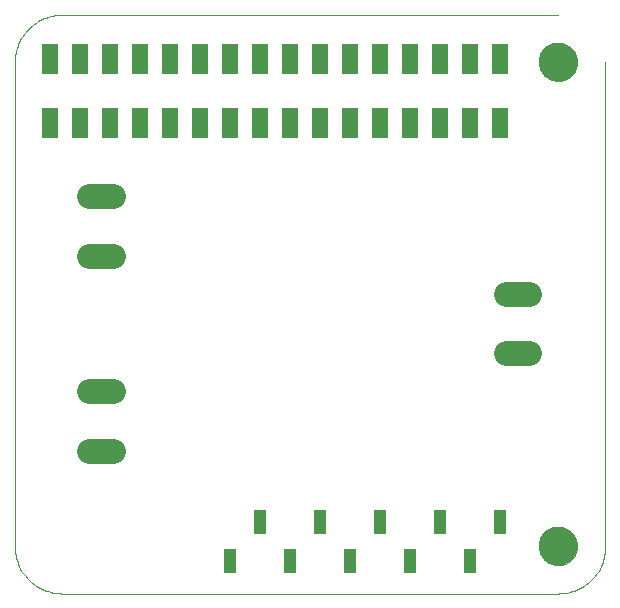
<source format=gbs>
G75*
G70*
%OFA0B0*%
%FSLAX24Y24*%
%IPPOS*%
%LPD*%
%AMOC8*
5,1,8,0,0,1.08239X$1,22.5*
%
%ADD10R,0.0434X0.0827*%
%ADD11R,0.0540X0.1040*%
%ADD12C,0.0000*%
%ADD13C,0.1300*%
%ADD14C,0.0820*%
D10*
X012607Y001600D03*
X014607Y001600D03*
X013607Y002900D03*
X015607Y002900D03*
X017607Y002900D03*
X016607Y001600D03*
X018607Y001600D03*
X020607Y001600D03*
X019607Y002900D03*
X021607Y002900D03*
D11*
X021607Y016175D03*
X020607Y016175D03*
X019607Y016175D03*
X018607Y016175D03*
X017607Y016175D03*
X016607Y016175D03*
X015607Y016175D03*
X014607Y016175D03*
X013607Y016175D03*
X012607Y016175D03*
X011607Y016175D03*
X010607Y016175D03*
X009607Y016175D03*
X008607Y016175D03*
X007607Y016175D03*
X006607Y016175D03*
X006607Y018325D03*
X007607Y018325D03*
X008607Y018325D03*
X009607Y018325D03*
X010607Y018325D03*
X011607Y018325D03*
X012607Y018325D03*
X013607Y018325D03*
X014607Y018325D03*
X015607Y018325D03*
X016607Y018325D03*
X017607Y018325D03*
X018607Y018325D03*
X019607Y018325D03*
X020607Y018325D03*
X021607Y018325D03*
D12*
X005418Y018217D02*
X005418Y002075D01*
X005420Y001998D01*
X005426Y001921D01*
X005435Y001844D01*
X005448Y001768D01*
X005465Y001692D01*
X005486Y001618D01*
X005510Y001544D01*
X005538Y001472D01*
X005569Y001402D01*
X005604Y001333D01*
X005642Y001265D01*
X005683Y001200D01*
X005728Y001137D01*
X005776Y001076D01*
X005826Y001017D01*
X005879Y000961D01*
X005935Y000908D01*
X005994Y000858D01*
X006055Y000810D01*
X006118Y000765D01*
X006183Y000724D01*
X006251Y000686D01*
X006320Y000651D01*
X006390Y000620D01*
X006462Y000592D01*
X006536Y000568D01*
X006610Y000547D01*
X006686Y000530D01*
X006762Y000517D01*
X006839Y000508D01*
X006916Y000502D01*
X006993Y000500D01*
X023528Y000500D01*
X022898Y002075D02*
X022900Y002125D01*
X022906Y002175D01*
X022916Y002224D01*
X022930Y002272D01*
X022947Y002319D01*
X022968Y002364D01*
X022993Y002408D01*
X023021Y002449D01*
X023053Y002488D01*
X023087Y002525D01*
X023124Y002559D01*
X023164Y002589D01*
X023206Y002616D01*
X023250Y002640D01*
X023296Y002661D01*
X023343Y002677D01*
X023391Y002690D01*
X023441Y002699D01*
X023490Y002704D01*
X023541Y002705D01*
X023591Y002702D01*
X023640Y002695D01*
X023689Y002684D01*
X023737Y002669D01*
X023783Y002651D01*
X023828Y002629D01*
X023871Y002603D01*
X023912Y002574D01*
X023951Y002542D01*
X023987Y002507D01*
X024019Y002469D01*
X024049Y002429D01*
X024076Y002386D01*
X024099Y002342D01*
X024118Y002296D01*
X024134Y002248D01*
X024146Y002199D01*
X024154Y002150D01*
X024158Y002100D01*
X024158Y002050D01*
X024154Y002000D01*
X024146Y001951D01*
X024134Y001902D01*
X024118Y001854D01*
X024099Y001808D01*
X024076Y001764D01*
X024049Y001721D01*
X024019Y001681D01*
X023987Y001643D01*
X023951Y001608D01*
X023912Y001576D01*
X023871Y001547D01*
X023828Y001521D01*
X023783Y001499D01*
X023737Y001481D01*
X023689Y001466D01*
X023640Y001455D01*
X023591Y001448D01*
X023541Y001445D01*
X023490Y001446D01*
X023441Y001451D01*
X023391Y001460D01*
X023343Y001473D01*
X023296Y001489D01*
X023250Y001510D01*
X023206Y001534D01*
X023164Y001561D01*
X023124Y001591D01*
X023087Y001625D01*
X023053Y001662D01*
X023021Y001701D01*
X022993Y001742D01*
X022968Y001786D01*
X022947Y001831D01*
X022930Y001878D01*
X022916Y001926D01*
X022906Y001975D01*
X022900Y002025D01*
X022898Y002075D01*
X023528Y000500D02*
X023605Y000502D01*
X023682Y000508D01*
X023759Y000517D01*
X023835Y000530D01*
X023911Y000547D01*
X023985Y000568D01*
X024059Y000592D01*
X024131Y000620D01*
X024201Y000651D01*
X024270Y000686D01*
X024338Y000724D01*
X024403Y000765D01*
X024466Y000810D01*
X024527Y000858D01*
X024586Y000908D01*
X024642Y000961D01*
X024695Y001017D01*
X024745Y001076D01*
X024793Y001137D01*
X024838Y001200D01*
X024879Y001265D01*
X024917Y001333D01*
X024952Y001402D01*
X024983Y001472D01*
X025011Y001544D01*
X025035Y001618D01*
X025056Y001692D01*
X025073Y001768D01*
X025086Y001844D01*
X025095Y001921D01*
X025101Y001998D01*
X025103Y002075D01*
X025103Y018217D01*
X022898Y018217D02*
X022900Y018267D01*
X022906Y018317D01*
X022916Y018366D01*
X022930Y018414D01*
X022947Y018461D01*
X022968Y018506D01*
X022993Y018550D01*
X023021Y018591D01*
X023053Y018630D01*
X023087Y018667D01*
X023124Y018701D01*
X023164Y018731D01*
X023206Y018758D01*
X023250Y018782D01*
X023296Y018803D01*
X023343Y018819D01*
X023391Y018832D01*
X023441Y018841D01*
X023490Y018846D01*
X023541Y018847D01*
X023591Y018844D01*
X023640Y018837D01*
X023689Y018826D01*
X023737Y018811D01*
X023783Y018793D01*
X023828Y018771D01*
X023871Y018745D01*
X023912Y018716D01*
X023951Y018684D01*
X023987Y018649D01*
X024019Y018611D01*
X024049Y018571D01*
X024076Y018528D01*
X024099Y018484D01*
X024118Y018438D01*
X024134Y018390D01*
X024146Y018341D01*
X024154Y018292D01*
X024158Y018242D01*
X024158Y018192D01*
X024154Y018142D01*
X024146Y018093D01*
X024134Y018044D01*
X024118Y017996D01*
X024099Y017950D01*
X024076Y017906D01*
X024049Y017863D01*
X024019Y017823D01*
X023987Y017785D01*
X023951Y017750D01*
X023912Y017718D01*
X023871Y017689D01*
X023828Y017663D01*
X023783Y017641D01*
X023737Y017623D01*
X023689Y017608D01*
X023640Y017597D01*
X023591Y017590D01*
X023541Y017587D01*
X023490Y017588D01*
X023441Y017593D01*
X023391Y017602D01*
X023343Y017615D01*
X023296Y017631D01*
X023250Y017652D01*
X023206Y017676D01*
X023164Y017703D01*
X023124Y017733D01*
X023087Y017767D01*
X023053Y017804D01*
X023021Y017843D01*
X022993Y017884D01*
X022968Y017928D01*
X022947Y017973D01*
X022930Y018020D01*
X022916Y018068D01*
X022906Y018117D01*
X022900Y018167D01*
X022898Y018217D01*
X023528Y019791D02*
X006993Y019791D01*
X006993Y019792D02*
X006916Y019790D01*
X006839Y019784D01*
X006762Y019775D01*
X006686Y019762D01*
X006610Y019745D01*
X006536Y019724D01*
X006462Y019700D01*
X006390Y019672D01*
X006320Y019641D01*
X006251Y019606D01*
X006183Y019568D01*
X006118Y019527D01*
X006055Y019482D01*
X005994Y019434D01*
X005935Y019384D01*
X005879Y019331D01*
X005826Y019275D01*
X005776Y019216D01*
X005728Y019155D01*
X005683Y019092D01*
X005642Y019027D01*
X005604Y018959D01*
X005569Y018890D01*
X005538Y018820D01*
X005510Y018748D01*
X005486Y018674D01*
X005465Y018600D01*
X005448Y018524D01*
X005435Y018448D01*
X005426Y018371D01*
X005420Y018294D01*
X005418Y018217D01*
D13*
X023528Y018217D03*
X023528Y002075D03*
D14*
X022558Y008510D02*
X021778Y008510D01*
X021778Y010490D02*
X022558Y010490D01*
X008683Y011760D02*
X007903Y011760D01*
X007903Y013740D02*
X008683Y013740D01*
X008683Y007240D02*
X007903Y007240D01*
X007903Y005260D02*
X008683Y005260D01*
M02*

</source>
